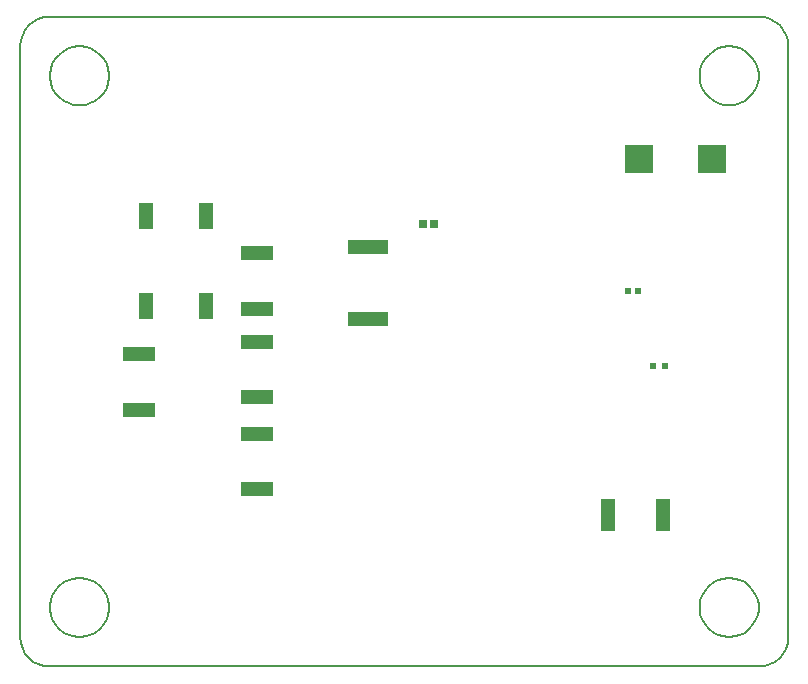
<source format=gbr>
G04 PROTEUS GERBER X2 FILE*
%TF.GenerationSoftware,Labcenter,Proteus,8.7-SP3-Build25561*%
%TF.CreationDate,2020-06-08T17:47:50+00:00*%
%TF.FileFunction,Paste,Top*%
%TF.FilePolarity,Positive*%
%TF.Part,Single*%
%TF.SameCoordinates,{25e8a378-ae3c-4486-9c29-23821959b247}*%
%FSLAX45Y45*%
%MOMM*%
G01*
%TA.AperFunction,Material*%
%ADD51R,2.692400X1.193800*%
%TA.AperFunction,Material*%
%ADD52R,1.200000X2.200000*%
%TA.AperFunction,Material*%
%ADD53R,2.362200X2.438400*%
%ADD54R,3.403600X1.244600*%
%ADD55R,1.193800X2.692400*%
%ADD56R,0.558800X0.609600*%
%ADD57R,0.609600X0.609600*%
%ADD58R,0.660400X0.660400*%
%TA.AperFunction,Profile*%
%ADD29C,0.203200*%
%TD.AperFunction*%
D51*
X-5500000Y+2645000D03*
X-5500000Y+2175000D03*
D52*
X-4929000Y+3813000D03*
X-5437000Y+3813000D03*
X-4929000Y+3053000D03*
X-5437000Y+3053000D03*
D53*
X-1266000Y+4298000D03*
X-646000Y+4298000D03*
D54*
X-3560000Y+2945000D03*
X-3560000Y+3555000D03*
D55*
X-1528000Y+1282000D03*
X-1058000Y+1282000D03*
D51*
X-4500000Y+3030000D03*
X-4500000Y+3500000D03*
D56*
X-1143000Y+2540000D03*
X-1043000Y+2540000D03*
D57*
X-1270000Y+3175000D03*
X-1360000Y+3175000D03*
D58*
X-3000000Y+3750000D03*
X-3090000Y+3750000D03*
D51*
X-4500000Y+2280000D03*
X-4500000Y+2750000D03*
X-4500000Y+1970000D03*
X-4500000Y+1500000D03*
D29*
X-6500000Y+250000D02*
X-6495026Y+198883D01*
X-6480713Y+151611D01*
X-6457977Y+109100D01*
X-6427734Y+72266D01*
X-6390900Y+42023D01*
X-6348389Y+19287D01*
X-6301117Y+4974D01*
X-6250000Y+0D01*
X-6500000Y+5250000D02*
X-6495026Y+5301117D01*
X-6480713Y+5348389D01*
X-6457977Y+5390900D01*
X-6427734Y+5427734D01*
X-6390900Y+5457977D01*
X-6348389Y+5480713D01*
X-6301117Y+5495026D01*
X-6250000Y+5500000D01*
X-250000Y+5500000D02*
X-198883Y+5495026D01*
X-151611Y+5480713D01*
X-109100Y+5457977D01*
X-72266Y+5427734D01*
X-42023Y+5390900D01*
X-19287Y+5348389D01*
X-4974Y+5301117D01*
X+0Y+5250000D01*
X-250000Y+0D02*
X-198883Y+4974D01*
X-151611Y+19287D01*
X-109100Y+42023D01*
X-72266Y+72266D01*
X-42023Y+109100D01*
X-19287Y+151611D01*
X-4974Y+198883D01*
X+0Y+250000D01*
X-5750000Y+5000000D02*
X-5750815Y+5020171D01*
X-5757434Y+5060514D01*
X-5771247Y+5100857D01*
X-5793693Y+5141200D01*
X-5827990Y+5181418D01*
X-5868333Y+5212518D01*
X-5908676Y+5232723D01*
X-5949019Y+5244747D01*
X-5989362Y+5249774D01*
X-6000000Y+5250000D01*
X-6250000Y+5000000D02*
X-6249185Y+5020171D01*
X-6242566Y+5060514D01*
X-6228753Y+5100857D01*
X-6206307Y+5141200D01*
X-6172010Y+5181418D01*
X-6131667Y+5212518D01*
X-6091324Y+5232723D01*
X-6050981Y+5244747D01*
X-6010638Y+5249774D01*
X-6000000Y+5250000D01*
X-6250000Y+5000000D02*
X-6249185Y+4979829D01*
X-6242566Y+4939486D01*
X-6228753Y+4899143D01*
X-6206307Y+4858800D01*
X-6172010Y+4818582D01*
X-6131667Y+4787482D01*
X-6091324Y+4767277D01*
X-6050981Y+4755253D01*
X-6010638Y+4750226D01*
X-6000000Y+4750000D01*
X-5750000Y+5000000D02*
X-5750815Y+4979829D01*
X-5757434Y+4939486D01*
X-5771247Y+4899143D01*
X-5793693Y+4858800D01*
X-5827990Y+4818582D01*
X-5868333Y+4787482D01*
X-5908676Y+4767277D01*
X-5949019Y+4755253D01*
X-5989362Y+4750226D01*
X-6000000Y+4750000D01*
X-250000Y+5000000D02*
X-250815Y+5020171D01*
X-257434Y+5060514D01*
X-271247Y+5100857D01*
X-293693Y+5141200D01*
X-327990Y+5181418D01*
X-368333Y+5212518D01*
X-408676Y+5232723D01*
X-449019Y+5244747D01*
X-489362Y+5249774D01*
X-500000Y+5250000D01*
X-750000Y+5000000D02*
X-749185Y+5020171D01*
X-742566Y+5060514D01*
X-728753Y+5100857D01*
X-706307Y+5141200D01*
X-672010Y+5181418D01*
X-631667Y+5212518D01*
X-591324Y+5232723D01*
X-550981Y+5244747D01*
X-510638Y+5249774D01*
X-500000Y+5250000D01*
X-750000Y+5000000D02*
X-749185Y+4979829D01*
X-742566Y+4939486D01*
X-728753Y+4899143D01*
X-706307Y+4858800D01*
X-672010Y+4818582D01*
X-631667Y+4787482D01*
X-591324Y+4767277D01*
X-550981Y+4755253D01*
X-510638Y+4750226D01*
X-500000Y+4750000D01*
X-250000Y+5000000D02*
X-250815Y+4979829D01*
X-257434Y+4939486D01*
X-271247Y+4899143D01*
X-293693Y+4858800D01*
X-327990Y+4818582D01*
X-368333Y+4787482D01*
X-408676Y+4767277D01*
X-449019Y+4755253D01*
X-489362Y+4750226D01*
X-500000Y+4750000D01*
X-250000Y+500000D02*
X-250815Y+520171D01*
X-257434Y+560514D01*
X-271247Y+600857D01*
X-293693Y+641200D01*
X-327990Y+681418D01*
X-368333Y+712518D01*
X-408676Y+732723D01*
X-449019Y+744747D01*
X-489362Y+749774D01*
X-500000Y+750000D01*
X-750000Y+500000D02*
X-749185Y+520171D01*
X-742566Y+560514D01*
X-728753Y+600857D01*
X-706307Y+641200D01*
X-672010Y+681418D01*
X-631667Y+712518D01*
X-591324Y+732723D01*
X-550981Y+744747D01*
X-510638Y+749774D01*
X-500000Y+750000D01*
X-750000Y+500000D02*
X-749185Y+479829D01*
X-742566Y+439486D01*
X-728753Y+399143D01*
X-706307Y+358800D01*
X-672010Y+318582D01*
X-631667Y+287482D01*
X-591324Y+267277D01*
X-550981Y+255253D01*
X-510638Y+250226D01*
X-500000Y+250000D01*
X-250000Y+500000D02*
X-250815Y+479829D01*
X-257434Y+439486D01*
X-271247Y+399143D01*
X-293693Y+358800D01*
X-327990Y+318582D01*
X-368333Y+287482D01*
X-408676Y+267277D01*
X-449019Y+255253D01*
X-489362Y+250226D01*
X-500000Y+250000D01*
X-5750000Y+500000D02*
X-5750815Y+520171D01*
X-5757434Y+560514D01*
X-5771247Y+600857D01*
X-5793693Y+641200D01*
X-5827990Y+681418D01*
X-5868333Y+712518D01*
X-5908676Y+732723D01*
X-5949019Y+744747D01*
X-5989362Y+749774D01*
X-6000000Y+750000D01*
X-6250000Y+500000D02*
X-6249185Y+520171D01*
X-6242566Y+560514D01*
X-6228753Y+600857D01*
X-6206307Y+641200D01*
X-6172010Y+681418D01*
X-6131667Y+712518D01*
X-6091324Y+732723D01*
X-6050981Y+744747D01*
X-6010638Y+749774D01*
X-6000000Y+750000D01*
X-6250000Y+500000D02*
X-6249185Y+479829D01*
X-6242566Y+439486D01*
X-6228753Y+399143D01*
X-6206307Y+358800D01*
X-6172010Y+318582D01*
X-6131667Y+287482D01*
X-6091324Y+267277D01*
X-6050981Y+255253D01*
X-6010638Y+250226D01*
X-6000000Y+250000D01*
X-5750000Y+500000D02*
X-5750815Y+479829D01*
X-5757434Y+439486D01*
X-5771247Y+399143D01*
X-5793693Y+358800D01*
X-5827990Y+318582D01*
X-5868333Y+287482D01*
X-5908676Y+267277D01*
X-5949019Y+255253D01*
X-5989362Y+250226D01*
X-6000000Y+250000D01*
X-6500000Y+250000D02*
X-6500000Y+5250000D01*
X-6250000Y+5500000D02*
X-250000Y+5500000D01*
X+0Y+5250000D02*
X+0Y+250000D01*
X-250000Y+0D02*
X-6250000Y+0D01*
M02*

</source>
